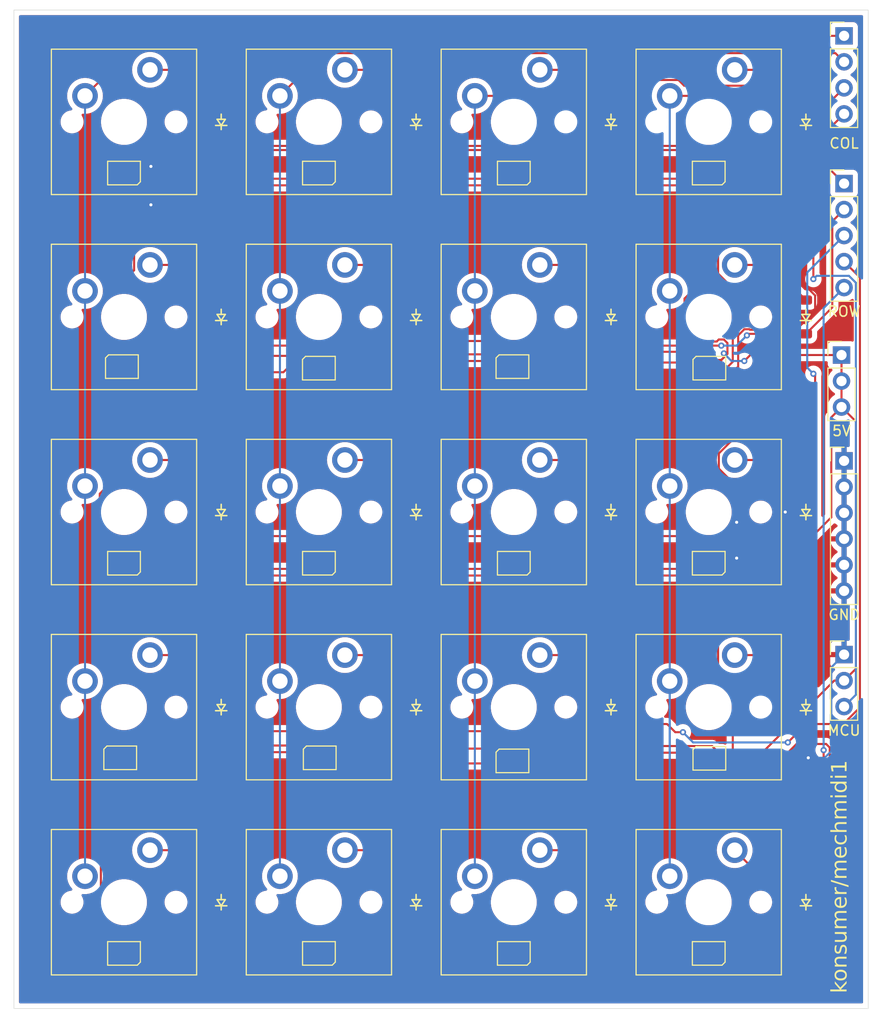
<source format=kicad_pcb>
(kicad_pcb
	(version 20240108)
	(generator "pcbnew")
	(generator_version "8.0")
	(general
		(thickness 1.6)
		(legacy_teardrops no)
	)
	(paper "A5" portrait)
	(title_block
		(title "Mech Midi 1")
		(company "David Konsumer")
	)
	(layers
		(0 "F.Cu" signal)
		(31 "B.Cu" signal)
		(32 "B.Adhes" user "B.Adhesive")
		(33 "F.Adhes" user "F.Adhesive")
		(34 "B.Paste" user)
		(35 "F.Paste" user)
		(36 "B.SilkS" user "B.Silkscreen")
		(37 "F.SilkS" user "F.Silkscreen")
		(38 "B.Mask" user)
		(39 "F.Mask" user)
		(40 "Dwgs.User" user "User.Drawings")
		(41 "Cmts.User" user "User.Comments")
		(42 "Eco1.User" user "User.Eco1")
		(43 "Eco2.User" user "User.Eco2")
		(44 "Edge.Cuts" user)
		(45 "Margin" user)
		(46 "B.CrtYd" user "B.Courtyard")
		(47 "F.CrtYd" user "F.Courtyard")
		(48 "B.Fab" user)
		(49 "F.Fab" user)
		(50 "User.1" user)
		(51 "User.2" user)
		(52 "User.3" user)
		(53 "User.4" user)
		(54 "User.5" user)
		(55 "User.6" user)
		(56 "User.7" user)
		(57 "User.8" user)
		(58 "User.9" user)
	)
	(setup
		(pad_to_mask_clearance 0)
		(allow_soldermask_bridges_in_footprints no)
		(pcbplotparams
			(layerselection 0x00010fc_ffffffff)
			(plot_on_all_layers_selection 0x0000000_00000000)
			(disableapertmacros no)
			(usegerberextensions no)
			(usegerberattributes yes)
			(usegerberadvancedattributes yes)
			(creategerberjobfile yes)
			(dashed_line_dash_ratio 12.000000)
			(dashed_line_gap_ratio 3.000000)
			(svgprecision 4)
			(plotframeref no)
			(viasonmask no)
			(mode 1)
			(useauxorigin no)
			(hpglpennumber 1)
			(hpglpenspeed 20)
			(hpglpendiameter 15.000000)
			(pdf_front_fp_property_popups yes)
			(pdf_back_fp_property_popups yes)
			(dxfpolygonmode yes)
			(dxfimperialunits yes)
			(dxfusepcbnewfont yes)
			(psnegative no)
			(psa4output no)
			(plotreference yes)
			(plotvalue yes)
			(plotfptext yes)
			(plotinvisibletext no)
			(sketchpadsonfab no)
			(subtractmaskfromsilk no)
			(outputformat 1)
			(mirror no)
			(drillshape 1)
			(scaleselection 1)
			(outputdirectory "")
		)
	)
	(net 0 "")
	(net 1 "Net-(D1-A)")
	(net 2 "KR0")
	(net 3 "Net-(D2-A)")
	(net 4 "Net-(D3-A)")
	(net 5 "Net-(D4-A)")
	(net 6 "Net-(D5-A)")
	(net 7 "KR1")
	(net 8 "Net-(D6-A)")
	(net 9 "Net-(D7-A)")
	(net 10 "Net-(D8-A)")
	(net 11 "KR2")
	(net 12 "Net-(D9-A)")
	(net 13 "Net-(D10-A)")
	(net 14 "Net-(D11-A)")
	(net 15 "Net-(D12-A)")
	(net 16 "KR3")
	(net 17 "Net-(D13-A)")
	(net 18 "Net-(D14-A)")
	(net 19 "Net-(D15-A)")
	(net 20 "Net-(D16-A)")
	(net 21 "KR4")
	(net 22 "Net-(D17-A)")
	(net 23 "Net-(D18-A)")
	(net 24 "Net-(D19-A)")
	(net 25 "Net-(D20-A)")
	(net 26 "GND")
	(net 27 "5V")
	(net 28 "Net-(LED1-DOUT)")
	(net 29 "LED")
	(net 30 "Net-(LED2-DOUT)")
	(net 31 "Net-(LED3-DOUT)")
	(net 32 "Net-(LED4-DOUT)")
	(net 33 "Net-(LED5-DOUT)")
	(net 34 "Net-(LED6-DOUT)")
	(net 35 "Net-(LED7-DOUT)")
	(net 36 "Net-(LED8-DOUT)")
	(net 37 "Net-(LED10-DIN)")
	(net 38 "Net-(LED10-DOUT)")
	(net 39 "Net-(LED11-DOUT)")
	(net 40 "Net-(LED12-DOUT)")
	(net 41 "Net-(LED13-DOUT)")
	(net 42 "Net-(LED14-DOUT)")
	(net 43 "Net-(LED15-DOUT)")
	(net 44 "Net-(LED16-DOUT)")
	(net 45 "Net-(LED17-DOUT)")
	(net 46 "Net-(LED18-DOUT)")
	(net 47 "Net-(LED19-DOUT)")
	(net 48 "unconnected-(LED20-DOUT-Pad1)")
	(net 49 "KC0")
	(net 50 "KC1")
	(net 51 "KC2")
	(net 52 "KC3")
	(footprint "ScottoKeebs_MX:MX_PCB_1.00u" (layer "F.Cu") (at 44.62 68.45))
	(footprint "ScottoKeebs_MX:MX_PCB_1.00u" (layer "F.Cu") (at 82.72 125.6))
	(footprint "ScottoKeebs_Components:Diode_SOD-123" (layer "F.Cu") (at 111.27 87.5 90))
	(footprint "LED_SMD:LED_WS2812B-2020_PLCC4_2.0x2.0mm" (layer "F.Cu") (at 63.67 130.6 180))
	(footprint "LED_SMD:LED_WS2812B-2020_PLCC4_2.0x2.0mm" (layer "F.Cu") (at 82.72 130.6 180))
	(footprint "Connector_PinHeader_2.54mm:PinHeader_1x03_P2.54mm_Vertical" (layer "F.Cu") (at 115 101.42))
	(footprint "ScottoKeebs_MX:MX_PCB_1.00u" (layer "F.Cu") (at 82.72 68.45))
	(footprint "LED_SMD:LED_WS2812B-2020_PLCC4_2.0x2.0mm" (layer "F.Cu") (at 101.77 54.4 180))
	(footprint "ScottoKeebs_MX:MX_PCB_1.00u" (layer "F.Cu") (at 82.72 106.55))
	(footprint "LED_SMD:LED_WS2812B-2020_PLCC4_2.0x2.0mm" (layer "F.Cu") (at 44.62 54.4 180))
	(footprint "ScottoKeebs_MX:MX_PCB_1.00u" (layer "F.Cu") (at 101.77 49.4))
	(footprint "LED_SMD:LED_WS2812B-2020_PLCC4_2.0x2.0mm" (layer "F.Cu") (at 44.415 73.3))
	(footprint "ScottoKeebs_MX:MX_PCB_1.00u" (layer "F.Cu") (at 63.67 68.45))
	(footprint "ScottoKeebs_Components:Diode_SOD-123" (layer "F.Cu") (at 92.22 68.45 90))
	(footprint "ScottoKeebs_Components:Diode_SOD-123" (layer "F.Cu") (at 111.27 125.6 90))
	(footprint "ScottoKeebs_Components:Diode_SOD-123" (layer "F.Cu") (at 73.17 87.5 90))
	(footprint "ScottoKeebs_MX:MX_PCB_1.00u" (layer "F.Cu") (at 63.67 49.4))
	(footprint "ScottoKeebs_Components:Diode_SOD-123" (layer "F.Cu") (at 92.22 49.4 90))
	(footprint "ScottoKeebs_Components:Diode_SOD-123" (layer "F.Cu") (at 54.12 125.6 90))
	(footprint "LED_SMD:LED_WS2812B-2020_PLCC4_2.0x2.0mm" (layer "F.Cu") (at 101.77 92.5 180))
	(footprint "ScottoKeebs_MX:MX_PCB_1.00u" (layer "F.Cu") (at 44.62 125.6))
	(footprint "ScottoKeebs_Components:Diode_SOD-123" (layer "F.Cu") (at 73.17 106.55 90))
	(footprint "LED_SMD:LED_WS2812B-2020_PLCC4_2.0x2.0mm" (layer "F.Cu") (at 101.835 111.55))
	(footprint "ScottoKeebs_Components:Diode_SOD-123" (layer "F.Cu") (at 73.17 68.45 90))
	(footprint "LED_SMD:LED_WS2812B-2020_PLCC4_2.0x2.0mm" (layer "F.Cu") (at 82.585 111.8))
	(footprint "LED_SMD:LED_WS2812B-2020_PLCC4_2.0x2.0mm" (layer "F.Cu") (at 101.835 73.45))
	(footprint "LED_SMD:LED_WS2812B-2020_PLCC4_2.0x2.0mm" (layer "F.Cu") (at 44.62 92.5 180))
	(footprint "ScottoKeebs_MX:MX_PCB_1.00u" (layer "F.Cu") (at 63.67 87.5))
	(footprint "Connector_PinHeader_2.54mm:PinHeader_1x05_P2.54mm_Vertical" (layer "F.Cu") (at 115 55.425))
	(footprint "LED_SMD:LED_WS2812B-2020_PLCC4_2.0x2.0mm" (layer "F.Cu") (at 82.585 73.3))
	(footprint "Connector_PinHeader_2.54mm:PinHeader_1x06_P2.54mm_Vertical" (layer "F.Cu") (at 115 82.5))
	(footprint "ScottoKeebs_Components:Diode_SOD-123" (layer "F.Cu") (at 92.22 106.55 90))
	(footprint "LED_SMD:LED_WS2812B-2020_PLCC4_2.0x2.0mm"
		(layer "F.Cu")
		(uuid "7810b55d-3c5a-4c2f-b8b0-2614999cbb66")
		(at 82.72 54.4 180)
		(descr "2.0mm x 2.0mm Addressable RGB LED NeoPixel Nano, 12 mA, https://cdn-shop.adafruit.com/product-files/4684/4684_WS2812B-2020_V1.3_EN.pdf")
		(tags "LED RGB NeoPixel Nano PLCC-4 2020")
		(property "Reference" "LED3"
			(at 0 -2 0)
			(layer "F.SilkS")
			(hide yes)
			(uuid "8f35dd0b-0c97-4749-8d2a-590a228db008")
			(effects
				(font
					(size 1 1)
					(thickness 0.15)
				)
			)
		)
		(property "Value" "WS2812B-2020"
			(at 0 2.2 0)
			(layer "F.Fab")
			(hide yes)
			(uuid "00fe8a2e-8633-4780-b9b7-29ee1341ed7a")
			(effects
				(font
					(size 1 1)
					(thickness 0.15)
				)
			)
		)
		(property "Footprint" "LED_SMD:LED_WS2812B-2020_PLCC4_2.0x2.0mm"
			(at 0 0 180)
			(unlocked yes)
			(layer "F.Fab")
			(hide yes)
			(uuid "7168087e-693f-4141-b115-ece0220da5e2")
			(effects
				(font
					(size 1.27 1.27)
					(thickness 0.15)
				)
			)
		)
		(property "Datasheet" "https://cdn-shop.adafruit.com/product-files/4684/4684_WS2812B-2020_V1.3_EN.pdf"
			(at 0 0 180)
			(unlocked yes)
			(layer "F.Fab")
			(hide yes)
			(uuid "1cc809f3-ede4-462d-89aa-13c0c8f7427d")
			(effects
				(font
					(size 1.27 1.27)
					(thickness 0.15)
				)
			)
		)
		(property "Description" "RGB LED with integrated controller, 2.0 x 2.0 mm, 12 mA"
			(at 0 0 180)
			(unlocked yes)
			(layer "F.Fab")
			(hide yes)
			(uuid "76c45ed9-fa14-4d95-979b-1382cc63905e")
			(effects
				(font
					(siz
... [765398 chars truncated]
</source>
